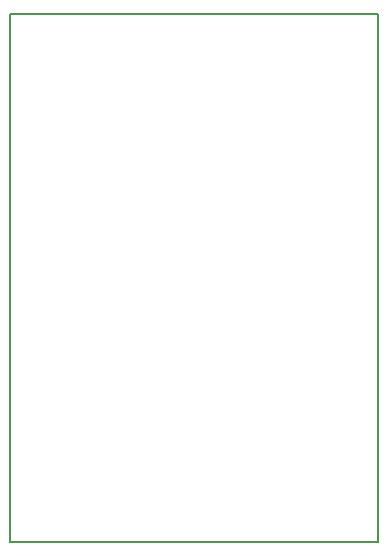
<source format=gbr>
G04 #@! TF.FileFunction,Profile,NP*
%FSLAX46Y46*%
G04 Gerber Fmt 4.6, Leading zero omitted, Abs format (unit mm)*
G04 Created by KiCad (PCBNEW 4.0.4-stable) date Sunday, February 26, 2017 'PMt' 06:01:27 PM*
%MOMM*%
%LPD*%
G01*
G04 APERTURE LIST*
%ADD10C,0.100000*%
%ADD11C,0.150000*%
G04 APERTURE END LIST*
D10*
D11*
X129540000Y-53213000D02*
X160655000Y-53213000D01*
X129540000Y-97917000D02*
X160655000Y-97917000D01*
X160655000Y-53213000D02*
X160655000Y-97917000D01*
X129540000Y-53213000D02*
X129540000Y-97917000D01*
M02*

</source>
